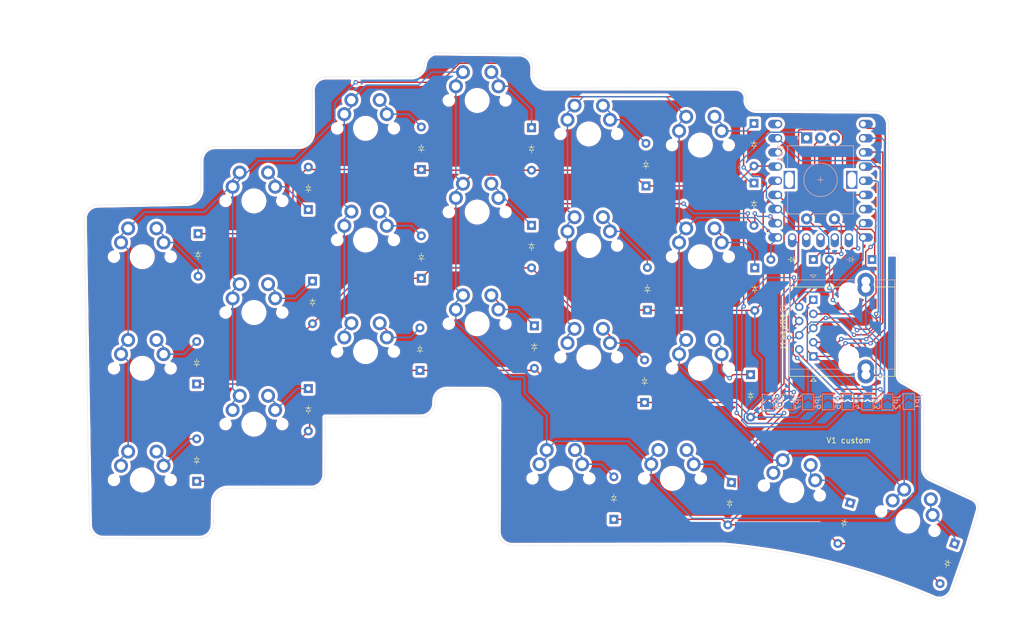
<source format=kicad_pcb>
(kicad_pcb (version 20240108) (generator "pcbnew") (generator_version "8.0")
  (layers (0 "F.Cu" signal) (31 "B.Cu" signal) (34 "B.Paste" user) (35 "F.Paste" user) (36 "B.SilkS" user "B.Silkscreen") (37 "F.SilkS" user "F.Silkscreen") (38 "B.Mask" user) (39 "F.Mask" user) (44 "Edge.Cuts" user))
  (net 0 "")
  (net 1 "Row1")
  (net 2 "Net-(D1-K)")
  (net 3 "Net-(D2-A)")
  (net 4 "Net-(D3-K)")
  (net 5 "Net-(D4-A)")
  (net 6 "Net-(D5-K)")
  (net 7 "Net-(D6-A)")
  (net 8 "Row2")
  (net 9 "Net-(D7-K)")
  (net 10 "Net-(D8-A)")
  (net 11 "Net-(D9-K)")
  (net 12 "Net-(D10-A)")
  (net 13 "Net-(D11-K)")
  (net 14 "Net-(D12-A)")
  (net 15 "Net-(D13-K)")
  (net 16 "Net-(D14-A)")
  (net 17 "Net-(D15-K)")
  (net 18 "Net-(D20-K)")
  (net 19 "Col2")
  (net 20 "Net-(D23-K)")
  (net 21 "Col3")
  (net 22 "Net-(D24-K)")
  (net 23 "Col1")
  (net 24 "R-Row1")
  (net 25 "GND")
  (net 26 "R-Col1")
  (net 27 "R-Col3")
  (net 28 "R-Row3")
  (net 29 "R-Col2")
  (net 30 "R-Row2")
  (net 31 "R-Row4")
  (net 32 "Row3")
  (net 33 "Row4")
  (net 34 "Net-(D25-K)")
  (net 36 "Fan")
  (net 42 "R-Fan")
  (net 43 "Net-(D16-A)")
  (net 44 "Net-(D17-K)")
  (net 45 "Net-(D18-A)")
  (net 46 "Net-(D19-K)")
  (net 47 "Net-(D21-K)")
  (net 48 "Net-(D22-A)")
  (footprint "ScottoKeebs_Components:Diode_DO-35" (layer "F.Cu") (at 112 84.12 90)
    (property "Reference" "D10" (hide yes))
    (property "Value" "Diode" (hide yes))
  )
  (footprint "ScottoKeebs_Scotto:MX_Solder_1.00u_Reversible" (layer "F.Cu") (at 102 57.25)
    (property "Reference" "K4" (hide yes))
    (property "Value" "Keyswitch")
  )
  (footprint "ScottoKeebs_Components:Diode_DO-35" (layer "F.Cu") (at 152 106.37 90)
    (property "Reference" "D14" (hide yes))
    (property "Value" "Diode" (hide yes))
  )
  (footprint "ScottoKeebs_Scotto:MX_Solder_1.00u_Reversible" (layer "F.Cu") (at 82 90.25)
    (property "Reference" "K11" (hide yes))
    (property "Value" "Keyswitch")
  )
  (footprint "Connector_RJ:RJ45_Ninigi_GE" (layer "F.Cu") (at 182.25 98.12 90)
    (property "Reference" "J1-Left1")
    (property "Value" "RJ45_Shielded")
  )
  (footprint "ScottoKeebs_Components:Diode_DO-35" (layer "F.Cu") (at 171.75 82.25 -90)
    (property "Reference" "D7" (hide yes))
    (property "Value" "Diode" (hide yes))
  )
  (footprint "ScottoKeebs_Components:Diode_DO-35" (layer "F.Cu") (at 91.75 103.88 -90)
    (property "Reference" "D17" (hide yes))
    (property "Value" "Diode" (hide yes))
  )
  (footprint "ScottoKeebs_Components:Diode_DO-35" (layer "F.Cu") (at 182.25 80.75 180)
    (property "Reference" "D24" (hide yes))
    (property "Value" "Diode" (hide yes))
  )
  (footprint "ScottoKeebs_Scotto:MX_Solder_1.00u_Reversible" (layer "F.Cu") (at 162 60.25)
    (property "Reference" "K1" (hide yes))
    (property "Value" "Keyswitch")
  )
  (footprint "ScottoKeebs_Scotto:MX_Solder_1.00u_Reversible" (layer "F.Cu") (at 137 119.97)
    (property "Reference" "K22" (hide yes))
    (property "Value" "Keyswitch")
  )
  (footprint "ScottoKeebs_Components:Diode_DO-35" (layer "F.Cu") (at 132.25 92.63 -90)
    (property "Reference" "D15" (hide yes))
    (property "Value" "Diode" (hide yes))
  )
  (footprint "ScottoKeebs_Scotto:MX_Solder_1.00u_Reversible" (layer "F.Cu") (at 62 100.25)
    (property "Reference" "K12" (hide yes))
    (property "Value" "Keyswitch")
  )
  (footprint "ScottoKeebs_Scotto:MX_Solder_1.00u_Reversible" (layer "F.Cu") (at 142 78.25)
    (property "Reference" "K8" (hide yes))
    (property "Value" "Keyswitch")
  )
  (footprint "ScottoKeebs_Scotto:MX_Solder_1.00u_Reversible" (layer "F.Cu") (at 102 97.25)
    (property "Reference" "K16" (hide yes))
    (property "Value" "Keyswitch")
  )
  (footprint "ScottoKeebs_Scotto:MX_Solder_1.00u_Reversible" (layer "F.Cu") (at 199.167234 127.62563 -20)
    (property "Reference" "K19" (hide yes))
    (property "Value" "Keyswitch")
  )
  (footprint "ScottoKeebs_Components:Diode_DO-35" (layer "F.Cu") (at 131.75 57.13 -90)
    (property "Reference" "D3" (hide yes))
    (property "Value" "Diode" (hide yes))
  )
  (footprint "ScottoKeebs_Components:Diode_DO-35" (layer "F.Cu") (at 146.5 127.31 90)
    (property "Reference" "D22" (hide yes))
    (property "Value" "Diode" (hide yes))
  )
  (footprint "ScottoKeebs_Scotto:MX_Solder_1.00u_Reversible" (layer "F.Cu") (at 142 98.25)
    (property "Reference" "K14" (hide yes))
    (property "Value" "Keyswitch")
  )
  (footprint "ScottoKeebs_Scotto:MX_Solder_1.00u_Reversible" (layer "F.Cu") (at 178.384325 122.147096 -10)
    (property "Reference" "K20" (hide yes))
    (property "Value" "Keyswitch")
  )
  (footprint "ScottoKeebs_Components:Diode_DO-35" (layer "F.Cu") (at 71.75 103.06 90)
    (property "Reference" "D12" (hide yes))
    (property "Value" "Diode" (hide yes))
  )
  (footprint "ScottoKeebs_Scotto:MX_Solder_1.00u_Reversible" (layer "F.Cu") (at 162 80.25)
    (property "Reference" "K7" (hide yes))
    (property "Value" "Keyswitch")
  )
  (footprint "ScottoKeebs_Scotto:MX_Solder_1.00u_Reversible" (layer "F.Cu") (at 122 92.25)
    (property "Reference" "K15" (hide yes))
    (property "Value" "Keyswitch")
  )
  (footprint "ScottoKeebs_Components:Diode_DO-35" (layer "F.Cu") (at 152.5 89.81 90)
    (property "Reference" "D8" (hide yes))
    (property "Value" "Diode" (hide yes))
  )
  (footprint "ScottoKeebs_Components:Diode_DO-35" (layer "F.Cu") (at 171.601579 67.037631 -90)
    (property "Reference" "D23" (hide yes))
    (property "Value" "Diode" (hide yes))
  )
  (footprint "ScottoKeebs_Components:Diode_DO-35" (layer "F.Cu") (at 72 76.13 -90)
    (property "Reference" "D6" (hide yes))
    (property "Value" "Diode" (hide yes))
  )
  (footprint "ScottoKeebs_Components:Diode_DO-35" (layer "F.Cu") (at 152.25 67.56 90)
    (property "Reference" "D2" (hide yes))
    (property "Value" "Diode" (hide yes))
  )
  (footprint "ScottoKeebs_Scotto:MX_Solder_1.00u_Reversible" (layer "F.Cu") (at 62 80.25)
    (property "Reference" "K6" (hide yes))
    (property "Value" "Keyswitch")
  )
  (footprint "ScottoKeebs_Scotto:MX_Solder_1.00u_Reversible" (layer "F.Cu") (at 122 52.25)
    (property "Reference" "K3" (hide yes))
    (property "Value" "Keyswitch")
  )
  (footprint "ScottoKeebs_Scotto:MX_Solder_1.00u_Reversible" (layer "F.Cu") (at 82 70.25)
    (property "Reference" "K5" (hide yes))
    (property "Value" "Keyswitch")
  )
  (footprint "ScottoKeebs_Scotto:MX_Solder_1.00u_Reversible" (layer "F.Cu") (at 62 120.25)
    (property "Reference" "K18" (hide yes))
    (property "Value" "Keyswitch")
  )
  (footprint "ScottoKeebs_Components:Diode_DO-35" (layer "F.Cu") (at 71.75 120.5 90)
    (property "Reference" "D18" (hide yes))
    (property "Value" "Diode" (hide yes))
  )
  (footprint "ScottoKeebs_Scotto:MX_Solder_1.00u_Reversible" (layer "F.Cu") (at 102 77.25)
    (property "Reference" "K10" (hide yes))
    (property "Value" "Keyswitch")
  )
  (footprint "ScottoKeebs_Components:Diode_DO-35" (layer "F.Cu") (at 111.75 100.62 90)
    (property "Reference" "D16" (hide yes))
    (property "Value" "Diode" (hide yes))
  )
  (footprint "ScottoKeebs_Components:Diode_DO-35" (layer "F.Cu") (at 171 101.38 -90)
    (property "Reference" "D13" (hide yes))
    (property "Value" "Diode" (hide yes))
  )
  (footprint "ScottoKeebs_Components:Diode_DO-35" (layer "F.Cu") (at 207.553096 131.669771 -110)
    (property "Reference" "D19" (hide yes))
    (property "Value" "Diode" (hide yes))
  )
  (footprint "ScottoKeebs_MCU:RP2040_Zero" (layer "F.Cu") (at 183.527772 66.637748)
    (property "Reference" "U1" (hide yes))
    (property "Value" "RP2040_Zero" (hide yes))
  )
  (footprint "ScottoKeebs_Components:Diode_DO-35" (layer "F.Cu") (at 112 64.62 90)
    (property "Reference" "D4" (hide yes))
    (property "Value" "Diode" (hide yes))
  )
  (footprint "ScottoKeebs_Scotto:MX_Solder_1.00u_Reversible" (layer "F.Cu") (at 122 72.25)
    (property "Reference" "K9" (hide yes))
    (property "Value" "Keyswitch")
  )
  (footprint "ScottoKeebs_Scotto:MX_Solder_1.00u_Reversible" (layer "F.Cu") (at 82 110.25)
    (property "Reference" "K17" (hide yes))
    (property "Value" "Keyswitch")
  )
  (footprint "ScottoKeebs_Components:Diode_DO-35" (layer "F.Cu") (at 167.582063 120.704498 -95)
    (property "Reference" "D21" (hide yes))
    (property "Value" "Diode" (hide yes))
  )
  (footprint "ScottoKeebs_Scotto:MX_Solder_1.00u_Reversible" (layer "F.Cu") (at 162 100.25)
    (property "Reference" "K13" (hide yes))
    (property "Value" "Keyswitch")
  )
  (footprint "ScottoKeebs_Scotto:MX_Solder_1.00u_Reversible" (layer "F.Cu") (at 142 58.25)
    (property "Reference" "K2" (hide yes))
    (property "Value" "Keyswitch")
  )
  (footprint "ScottoKeebs_Components:Diode_DO-35" (layer "F.Cu") (at 188.863935 124.356478 -107)
    (property "Reference" "D20" (hide yes))
    (property "Value" "Diode" (hide yes))
  )
  (footprint "ScottoKeebs_Components:Diode_DO-35" (layer "F.Cu") (at 91.75 71.809999 90)
    (property "Reference" "D5" (hide yes))
    (property "Value" "Diode" (hide yes))
  )
  (footprint "ScottoKeebs_Components:Diode_DO-35" (layer "F.Cu") (at 92.5 84.63 -90)
    (property "Reference" "D11" (hide yes))
    (property "Value" "Diode" (hide yes))
  )
  (footprint "ScottoKeebs_Components:Diode_DO-35" (layer "F.Cu") (at 171.601579 56.385383 -90)
    (property "Reference" "D1" (hide yes))
    (property "Value" "Diode" (hide yes))
  )
  (footprint "ScottoKeebs_Scotto:MX_Solder_1.00u_Reversible" (layer "F.Cu") (at 157 119.97)
    (property "Reference" "K21" (hide yes))
    (property "Value" "Keyswitch")
  )
  (footprint "ScottoKeebs_Components:Diode_DO-35" (layer "F.Cu") (at 131.75 74.63 -90)
    (property "Reference" "D9" (hide yes))
    (property "Value" "Diode" (hide yes))
  )
  (footprint "Jumper:SolderJumper-2_P1.3mm_Open_TrianglePad1.0x1.5mm" (layer "B.Cu") (at 199.324718 106.226796 90)
    (property "Reference" "JP1")
    (property "Value" "SolderJumper_2_Open" (hide yes))
  )
  (footprint "Jumper:SolderJumper-2_P1.3mm_Open_TrianglePad1.0x1.5mm" (layer "B.Cu") (at 195.499908 106.275316 90)
    (property "Reference" "JP2")
    (property "Value" "SolderJumper_2_Open" (hide yes))
  )
  (footprint "Jumper:SolderJumper-2_P1.3mm_Open_TrianglePad1.0x1.5mm" (layer "B.Cu") (at 188.399908 106.275316 90)
    (property "Reference" "JP4")
    (property "Value" "SolderJumper_2_Open" (hide yes))
  )
  (footprint "Jumper:SolderJumper-2_P1.3mm_Open_TrianglePad1.0x1.5mm" (layer "B.Cu") (at 177.749908 106.275316 90)
    (property "Reference" "JP7")
    (property "Value" "SolderJumper_2_Open" (hide yes))
  )
  (footprint "Jumper:SolderJumper-2_P1.3mm_Open_TrianglePad1.0x1.5mm" (layer "B.Cu") (at 174.130805 106.322657 90)
    (property "Reference" "JP8")
    (property "Value" "SolderJumper_2_Open")
  )
  (footprint "Rotary_Encoder:RotaryEncoder_Alps_EC11E-Switch_Vertical_H20mm" (layer "B.Cu") (at 181.031251 58.968777 -90)
    (property "Reference" "SW1")
    (property "Value" "RotaryEncoder_Switch")
  )
  (footprint "Connector_RJ:RJ45_Ninigi_GE" (layer "B.Cu") (at 182.242588 87.95858 -90)
    (property "Reference" "J2-Right1")
    (property "Value" "RJ45_Shielded")
  )
  (footprint "ScottoKeebs_Components:Diode_DO-35" (layer "B.Cu") (at 192.75 80.75 180)
    (property "Reference" "D25" (hide yes))
    (property "Value" "Diode" (hide yes))
  )
  (footprint "Jumper:SolderJumper-2_P1.3mm_Open_TrianglePad1.0x1.5mm" (layer "B.Cu") (at 181.299908 106.275316 90)
    (property "Reference" "JP6")
    (property "Value" "SolderJumper_2_Open" (hide yes))
  )
  (footprint "Jumper:SolderJumper-2_P1.3mm_Open_TrianglePad1.0x1.5mm" (layer "B.Cu") (at 184.849908 106.275316 90)
    (property "Reference" "JP5")
    (property "Value" "SolderJumper_2_Open" (hide yes))
  )
  (footprint "Jumper:SolderJumper-2_P1.3mm_Open_TrianglePad1.0x1.5mm" (layer "B.Cu") (at 191.949908 106.275316 90)
    (property "Reference" "JP3")
    (property "Value" "SolderJumper_2_Open" (hide yes))
  )
  (gr_arc (start 172 54) (mid 170.732233 53.474874) (end 170.207107 52.207107) (stroke (width 0.05)) (layer "Edge.Cuts"))
  (gr_line (start 197.5 79.75) (end 197.483946 101.483649) (stroke (width 0.05)) (layer "Edge.Cuts"))
  (gr_arc (start 55.053324 130.726537) (mid 53.285376 130.069133) (end 52.501399 128.353556) (stroke (width 0.05)) (layer "Edge.Cuts"))
  (gr_arc (start 166.208814 131.943545) (mid 185.27543 135.180211) (end 203.609317 141.334922) (stroke (width 0.05)) (layer "Edge.Cuts"))
  (gr_line (start 134.440956 50.018975) (end 152 50) (stroke (width 0.05)) (layer "Edge.Cuts"))
  (gr_arc (start 92.430407 50.715699) (mid 93 48.909182) (end 94.680164 48.034544) (stroke (width 0.05)) (layer "Edge.Cuts"))
  (gr_line (start 195.75 79.75) (end 197.5 79.75) (stroke (width 0.05)) (layer "Edge.Cuts"))
  (gr_arc (start 51.586746 73.421923) (mid 52.334921 71.689181) (end 54.090072 70.9952) (stroke (width 0.05)) (layer "Edge.Cuts"))
  (gr_arc (start 129.658038 43.899004) (mid 131.367703 44.714466) (end 132 46.5) (stroke (width 0.05)) (layer "Edge.Cuts"))
  (gr_arc (start 114.431661 106.471643) (mid 113.699428 108.23941) (end 111.931661 108.971643) (stroke (width 0.05)) (layer "Edge.Cuts"))
  (gr_line (start 123.305666 104.034174) (end 116.675794 104.025124) (stroke (width 0.05)) (layer "Edge.Cuts"))
  (gr_line (start 166.208252 131.949758) (end 128.25 132) (stroke (width 0.05)) (layer "Edge.Cuts"))
  (gr_line (start 125.75 129.5) (end 125.854796 106.504224) (stroke (width 0.05)) (layer "Edge.Cuts"))
  (gr_line (start 72.487687 68.089327) (end 72.5 63) (stroke (width 0.05)) (layer "Edge.Cuts"))
  (gr_arc (start 112.5 46) (mid 111.683235 47.458805) (end 110.099163 47.993535) (stroke (width 0.05)) (layer "Edge.Cuts"))
  (gr_arc (start 193.408038 54.149004) (mid 195.117703 54.964466) (end 195.75 56.75) (stroke (width 0.05)) (layer "Edge.Cuts"))
  (gr_line (start 201.980263 105.482381) (end 202 118) (stroke (width 0.05)) (layer "Edge.Cuts"))
  (gr_arc (start 74.767767 124.267767) (mid 75.5 122.5) (end 77.267767 121.767767) (stroke (width 0.05)) (layer "Edge.Cuts"))
  (gr_line (start 209.985472 131.969851) (end 207.093726 140.135423) (stroke (width 0.05)) (layer "Edge.Cuts"))
  (gr_line (start 74.767767 124.267767) (end 74.735221 128.232018) (stroke (width 0.05)) (layer "Edge.Cuts"))
  (gr_arc (start 114.424792 106.088439) (mid 115.120865 104.588291) (end 116.675794 104.025124) (stroke (width 0.05)) (layer "Edge.Cuts"))
  (gr_arc (start 72.5 63) (mid 73.232233 61.232233) (end 75 60.5) (stroke (width 0.05)) (layer "Edge.Cuts"))
  (gr_line (start 92.232233 121.75) (end 77.267767 121.767767) (stroke (width 0.05)) (layer "Edge.Cuts"))
  (gr_line (start 94.680164 48.034544) (end 110.099163 47.993535) (stroke (width 0.05)) (layer "Edge.Cuts"))
  (gr_line (start 170.218278 51.880573) (end 170.207107 52.207107) (stroke (width 0.05)) (layer "Edge.Cuts"))
  (gr_line (start 94.75 109) (end 94.732233 119.25) (stroke (width 0.05)) (layer "Edge.Cuts"))
  (gr_arc (start 134.440956 50.018975) (mid 132.687972 49.252022) (end 131.990742 47.470157) (stroke (width 0.05)) (layer "Edge.Cuts"))
  (gr_line (start 203.305567 120.08063) (end 210.739379 123.524337) (stroke (width 0.05)) (layer "Edge.Cuts"))
  (gr_arc (start 198.244492 102.641037) (mid 197.689004 102.177481) (end 197.483946 101.483649) (stroke (width 0.05)) (layer "Edge.Cuts"))
  (gr_line (start 195.75 56.75) (end 195.75 79.75) (stroke (width 0.05)) (layer "Edge.Cuts"))
  (gr_line (start 174.156696 53.997084) (end 172 54) (stroke (width 0.05)) (layer "Edge.Cuts"))
  (gr_arc (start 201.255508 104.358962) (mid 201.783352 104.813924) (end 201.980263 105.482381) (stroke (width 0.05)) (layer "Edge.Cuts"))
  (gr_arc (start 207.093726 140.135423) (mid 205.614256 141.498388) (end 203.609317 141.334922) (stroke (width 0.05)) (layer "Edge.Cuts"))
  (gr_arc (start 94.732233 119.25) (mid 94 121.017767) (end 92.232233 121.75) (stroke (width 0.05)) (layer "Edge.Cuts"))
  (gr_arc (start 168.430197 50.027323) (mid 169.708335 50.583357) (end 170.218278 51.880573) (stroke (width 0.05)) (layer "Edge.Cuts"))
  (gr_arc (start 112.5 46) (mid 113.030894 44.574704) (end 114.284431 43.713331) (stroke (width 0.05)) (layer "Edge.Cuts"))
  (gr_line (start 209.985472 131.969851) (end 211.803524 125.792577) (stroke (width 0.05)) (layer "Edge.Cuts"))
  (gr_line (start 114.424792 106.088439) (end 114.431661 106.471643) (stroke (width 0.05)) (layer "Edge.Cuts"))
  (gr_line (start 114.284431 43.713331) (end 129.658038 43.899004) (stroke (width 0.05)) (layer "Edge.Cuts"))
  (gr_line (start 198.244492 102.641037) (end 201.255508 104.358962) (stroke (width 0.05)) (layer "Edge.Cuts"))
  (gr_line (start 174.156696 53.997084) (end 193.408038 54.149004) (stroke (width 0.05)) (layer "Edge.Cuts"))
  (gr_line (start 75 60.5) (end 90.062374 60.466656) (stroke (width 0.05)) (layer "Edge.Cuts"))
  (gr_arc (start 72.487687 68.089327) (mid 71.813528 69.880045) (end 70.070596 70.669572) (stroke (width 0.05)) (layer "Edge.Cuts"))
  (gr_arc (start 74.735221 128.232018) (mid 74 130) (end 72.229545 130.729241) (stroke (width 0.05)) (layer "Edge.Cuts"))
  (gr_line (start 72.229545 130.729241) (end 55.053324 130.726537) (stroke (width 0.05)) (layer "Edge.Cuts"))
  (gr_line (start 152 50) (end 168.430197 50.027323) (stroke (width 0.05)) (layer "Edge.Cuts"))
  (gr_arc (start 92.479465 57.886411) (mid 91.805306 59.677129) (end 90.062374 60.466656) (stroke (width 0.05)) (layer "Edge.Cuts"))
  (gr_arc (start 123.305666 104.034174) (mid 125.094669 104.738291) (end 125.854796 106.504224) (stroke (width 0.05)) (layer "Edge.Cuts"))
  (gr_arc (start 203.305567 120.08063) (mid 202.341035 119.235933) (end 202 118) (stroke (width 0.05)) (layer "Edge.Cuts"))
  (gr_line (start 54.090072 70.9952) (end 70.070596 70.669572) (stroke (width 0.05)) (layer "Edge.Cuts"))
  (gr_arc (start 128.25 132) (mid 126.482233 131.267767) (end 125.75 129.5) (stroke (width 0.05)) (layer "Edge.Cuts"))
  (gr_line (start 111.931661 108.971643) (end 94.75 109) (stroke (width 0.05)) (layer "Edge.Cuts"))
  (gr_line (start 52.501399 128.353556) (end 51.586746 73.421923) (stroke (width 0.05)) (layer "Edge.Cuts"))
  (gr_line (start 92.479465 57.886411) (end 92.430407 50.715699) (stroke (width 0.05)) (layer "Edge.Cuts"))
  (gr_line (start 132 46.5) (end 131.990742 47.470157) (stroke (width 0.05)) (layer "Edge.Cuts"))
  (gr_arc (start 210.739379 123.524337) (mid 211.698772 124.457979) (end 211.803524 125.792577) (stroke (width 0.05)) (layer "Edge.Cuts"))
  (gr_text "V1 custom" (at 184.5 113.75 0) (layer "F.SilkS") (effects (font (size 1 1)) (justify left bottom)))
  (segment (start 169.75 69.263038) (end 168.046962 67.56) (width 0.25) (layer "F.Cu") (net 1))
  (segment (start 88.5 77) (end 87.63 76.13) (width 0.25) (layer "F.Cu") (net 1))
  (segment (start 168.046962 67.56) (end 171.601579 64.005383) (width 0.25) (layer "F.Cu") (net 1))
  (segment (start 91.75 64.189999) (end 89 66.939999) (width 0.25) (layer "F.Cu") (net 1))
  (segment (start 112 64.62) (end 92.180001 64.62) (width 0.25) (layer "F.Cu") (net 1))
  (segment (start 149.25 64.75) (end 131.75 64.75) (width 0.25) (layer "F.Cu") (net 1))
  (segment (start 152.25 67.56) (end 168.046962 67.56) (width 0.25) (layer "F.Cu") (net 1))
  (segment (start 131.75 64.75) (end 112.13 64.75) (width 0.25) (layer "F.Cu") (net 1))
  (segment (start 169.75 89.145) (end 169.75 69.263038) (width 0.25) (layer "F.Cu") (net 1))
  (segment (start 87.63 76.13) (end 72 76.13) (width 0.25) (layer "F.Cu") (net 1))
  (segment (start 89 66.939999) (end 89 77) (width 0.25) (layer "F.Cu") (net 1))
  (segment (start 175.815407 64.005383) (end 175.907772 64.097748) (width 0.25) (layer "F.Cu") (net 1))
  (segment (start 152.25 67.56) (end 152.06 67.56) (width 0.25) (layer "F.Cu") (net 1))
  (segment (start 89 77) (end 88.5 77) (width 0.25) (layer "F.Cu") (net 1))
  (segment (start 92.180001 64.62) (end 91.75 64.189999) (width 0.25) (layer "F.Cu") (net 1))
  (segment (start 112.13 64.75) (end 112 64.62) (width 0.25) (layer "F.Cu") (net 1))
  (segment (start 152.06 67.56) (end 149.25 64.75) (width 0.25) (layer "F.Cu") (net 1))
  (segment (start 171.601579 64.005383) (end 175.815407 64.005383) (width 0.25) (layer "F.Cu") (net 1))
  (via (at 169.75 89.145) (size 0.8) (drill 0.4) (layers "F.Cu" "B.Cu") (net 1))
  (segment (start 169.75 89.145) (end 169.425 89.47) (width 0.25) (layer "B.Cu") (net 1))
  (segment (start 170.522613 110.75) (end 184.650223 110.75) (width 0.25) (layer "B.Cu") (net 1))
  (segment (start 169.425 89.47) (end 169.425 109.652387) (width 0.25) (layer "B.Cu") (net 1))
  (segment (start 184.650223 110.75) (end 188.399908 107.000315) (width 0.25) (layer "B.Cu") (net 1))
  (segment (start 169.425 109.652387) (end 170.522613 110.75) (width 0.25) (layer "B.Cu") (net 1))
  (segment (start 165.81 56.44) (end 165.81 57.71) (width 0.25) (layer "B.Cu") (net 2))
  (segment (start 164.54 55.17) (end 165.81 56.44) (width 0.25) (layer "B.Cu") (net 2))
  (segment (start 165.81 57.71) (end 170.276962 57.71) (width 0.25) (layer "B.Cu") (net 2))
  (segment (start 170.276962 57.71) (end 171.601579 56.385383) (width 0.25) (layer "B.Cu") (net 2))
  (segment (start 145.81 55.71) (end 148.02 55.71) (width 0.25) (layer "B.Cu") (net 3))
  (segment (start 145.81 54.44) (end 145.81 55.71) (width 0.25) (layer "B.Cu") (net 3))
  (segment (start 144.54 53.17) (end 145.81 54.44) (width 0.25) (layer "B.Cu") (net 3))
  (segment (start 148.02 55.71) (end 152.25 59.94) (width 0.25) (layer "B.Cu") (net 3))
  (segment (start 125.81 49.71) (end 127.577766 49.71) (width 0.25) (layer "B.Cu") (net 4))
  (segment (start 125.81 48.44) (end 125.81 49.71) (width 0.25) (layer "B.Cu") (net 4))
  (segment (start 131.75 53.882234) (end 131.75 57.13) (width 0.25) (layer "B.Cu") (net 4))
  (segment (start 127.577766 49.71) (end 131.75 53.882234) (width 0.25) (layer "B.Cu") (net 4))
  (segment (start 124.54 47.17) (end 125.81 48.44) (width 0.25) (layer "B.Cu") (net 4))
  (segment (start 105.81 53.44) (end 105.81 54.71) (width 0.25) (layer "B.Cu") (net 5))
  (segment (start 109.71 54.71) (end 112 57) (width 0.25) (layer "B.Cu") (net 5))
  (segment (start 105.81 54.71) (end 109.71 54.71) (width 0.25) (layer "B.Cu") (net 5))
  (segment (start 104.54 52.17) (end 105.81 53.44) (width 0.25) (layer "B.Cu") (net 5))
  (segment (start 85.81 66.44) (end 85.81 67.71) (width 0.25) (layer "B.Cu") (net 6))
  (segment (start 87.650001 67.71) (end 91.75 71.809999) (width 0.25) (layer "B.Cu") (net 6))
  (segment (start 84.54 65.17) (end 85.81 66.44) (width 0.25) (layer "B.Cu") (net 6))
  (segment (start 85.81 67.71) (end 87.650001 67.71) (width 0.25) (layer "B.Cu") (net 6))
  (segment (start 64.54 75.17) (end 65.81 76.44) (width 0.25) (layer "B.Cu") (net 7))
  (segment (start 72 82.132234) (end 72 83.75) (width 0.25) (layer "B.Cu") (net 7))
  (segment (start 67.577766 77.71) (end 72 82.132234) (width 0.25) (layer "B.Cu") (net 7))
  (segment (start 65.81 76.44) (end 65.81 77.71) (width 0.25) (layer "B.Cu") (net 7))
  (segment (start 65.81 77.71) (end 67.577766 77.71) (width 0.25) (layer "B.Cu") (net 7))
  (segment (start 171.75 89.87) (end 173.25 88.37) (width 0.25) (layer "F.Cu") (net 8))
  (segment (start 100.63 84.12) (end 92.5 92.25) (width 0.25) (layer "F.Cu") (net 8))
  (segment (start 81.69 103.06) (end 71.75 103.06) (width 0.25) (layer "F.Cu") (net 8))
  (segment (start 92.5 92.25) (end 81.69 103.06) (width 0.25) (layer "F.Cu") (net 8))
  (segment (start 152.5 89.81) (end 139.31 89.81) (width 0.25) (layer "F.Cu") (net 8))
  (segment (start 131.75 82.25) (end 113.87 82.25) (width 0.25) (layer "F.Cu") (net 8))
  (segment (start 173.25 68.75) (end 175.362252 66.637748) (width 0.25) (layer "F.Cu") (net 8))
  (segment (start 175.362252 66.637748) (end 175.907772 66.637748) (width 0.25) (layer "F.Cu") (net 8))
  (segment (start 139.31 89.81) (end 131.75 82.25) (width 0.25) (layer "F.Cu") (net 8))
  (segment (start 152.56 89.87) (end 152.5 89.81) (width 0.25) (layer "F.Cu") (net 8))
  (segment (start 171.75 89.87) (end 152.56 89.87) (width 0.25) (layer "F.Cu") (net 8))
  (segment (start 113.87 82.25) (end 112 84.12) (width 0.25) (layer "F.Cu") (net 8))
  (segment (start 173.25 88.37) (end 173.25 68.75) (width 0.25) (layer "F.Cu") (net 8))
  (segment (start 112 84.12) (end 100.63 84.12) (width 0.25) (layer "F.Cu") (net 8))
  (segment (start 171.75 89.87) (end 171.75 97.347767) (width 0.25) (layer "B.Cu") (net 8))
  (segment (start 171.75 97.347767) (end 173.050805 98.648572) (width 0.25) (layer "B.Cu") (net 8))
  (segment (start 173.050805 98.648572) (end 173.050805 105.358204) (width 0.25) (layer "B.Cu") (net 8))
  (segment (start 170.534009 110.125) (end 181.725223 110.125) (width 0.25) (layer "B.Cu") (net 8))
  (segment (start 181.725223 110.125) (end 184.849908 107.000315) (width 0.25) (layer "B.Cu") (net 8))
  (segment (start 169.875 109.465991) (end 170.534009 110.125) (width 0.25) (layer "B.Cu") (net 8))
  (segment (start 169.875 108.534009) (end 169.875 109.465991) (width 0.25) (layer "B.Cu") (net 8))
  (segment (start 173.050805 105.358204) (end 169.875 108.534009) (width 0.25) (layer "B.Cu") (net 8))
  (segment (start 164.54 75.17) (end 165.81 76.44) (width 0.25) (layer "F.Cu") (net 9))
  (segment (start 165.81 76.44) (end 165.81 77.71) (width 0.25) (layer "F.Cu") (net 9))
  (segment (start 165.81 77.71) (end 169.999009 77.71) (width 0.25) (layer "B.Cu") (net 9))
  (segment (start 171.75 79.460991) (end 171.75 82.25) (width 0.25) (layer "B.Cu") (net 9))
  (segment (start 169.999009 77.71) (end 171.75 79.460991) (width 0.25) (layer "B.Cu") (net 9))
  (segment (start 144.54 73.17) (end 145.81 74.44) (width 0.25) (layer "B.Cu") (net 10))
  (segment (start 145.81 74.44) (end 145.81 75.71) (width 0.25) (layer "B.Cu") (net 10))
  (segment (start 145.81 75.71) (end 147.577766 75.71) (width 0.25) (layer "B.Cu") (net 10))
  (segment (start 152.5 80.632234) (end 152.5 82.19) (width 0.25) (layer "B.Cu") (net 10))
  (segment (start 147.577766 75.71) (end 152.5 80.632234) (width 0.25) (layer "B.Cu") (net 10))
  (segment (start 126.83 69.71) (end 131.75 74.63) (width 0.25) (layer "B.Cu") (net 11))
  (segment (start 124.54 67.17) (end 125.81 68.44) (width 0.25) (layer "B.Cu") (net 11))
  (segment (start 125.81 69.71) (end 126.83 69.71) (width 0.25) (layer "B.Cu") (net 11))
  (segment (start 125.81 68.44) (end 125.81 69.71) (width 0.25) (layer "B.Cu") (net 11))
  (segment (start 110.21 74.71) (end 112 76.5) (width 0.25) (layer "B.Cu") (net 12))
  (segment (start 104.54 72.17) (end 105.81 73.44) (width 0.25) (layer "B.Cu") (net 12))
  (segment (start 105.81 74.71) (end 110.21 74.71) (width 0.25) (layer "B.Cu") (net 12))
  (segment (start 105.81 73.44) (end 105.81 74.71) (width 0.25) (layer "B.Cu") (net 12))
  (segment (start 89.42 87.71) (end 92.5 84.63) (width 0.25) (layer "B.Cu") (net 13))
  (segment (start 85.81 86.44) (end 85.81 87.71) (width 0.25) (layer "B.Cu") (net 13))
  (segment (start 84.54 85.17) (end 85.81 86.44) (width 0.25) (layer "B.Cu") (net 13))
  (segment (start 85.81 87.71) (end 89.42 87.71) (width 0.25) (layer "B.Cu") (net 13))
  (segment (start 69.48 97.71) (end 71.75 95.44) (width 0.25) (layer "B.Cu") (net 14))
  (segment (start 64.54 95.17) (end 65.81 96.44) (width 0.25) (layer "B.Cu") (net 14))
  (segment (start 65.81 97.71) (end 69.48 97.71) (width 0.25) (layer "B.Cu") (net 14))
  (segment (start 65.81 96.44) (end 65.81 97.71) (width 0.25) (layer "B.Cu") (net 14))
  (segment (start 167.87 101.38) (end 171 101.38) (width 0.25) (layer "F.Cu") (net 15))
  (segment (start 167.25 102) (end 167.87 101.38) (width 0.25) (layer "F.Cu") (net 15))
  (via (at 167.25 102) (size 0.8) (drill 0.4) (layers "F.Cu" "B.Cu") (net 15))
  (segment (start 167.062233 102) (end 167.25 102) (width 0.25) (layer "B.Cu") (net 15))
  (segment (start 164.54 95.17) (end 165.81 96.44) (width 0.25) (layer "B.Cu") (net 15))
  (segment (start 165.81 96.44) (end 165.81 97.71) (width 0.25) (layer "B.Cu") (net 15))
  (segment (start 165.81 100.747767) (end 167.062233 102) (width 0.25) (layer "B.Cu") (net 15))
  (segment (start 165.81 97.71) (end 165.81 100.747767) (width 0.25) (layer "B.Cu") (net 15))
  (segment (start 145.81 94.44) (end 145.81 95.71) (width 0.25) (layer "F.Cu") (net 16))
  (segment (start 144.54 93.17) (end 145.81 94.44) (width 0.25) (layer "F.Cu") (net 16))
  (segment (start 148.96 95.71) (end 152 98.75) (width 0.25) (layer "B.Cu") (net 16))
  (segment (start 145.81 95.71) (end 148.96 95.71) (width 0.25) (layer "B.Cu") (net 16))
  (segment (start 124.54 87.17) (end 125.81 88.44) (width 0.25) (layer "F.Cu") (net 17))
  (segment (start 125.81 88.44) (end 125.81 89.71) (width 0.25) (layer "F.Cu") (net 17))
  (segment (start 129.33 89.71) (end 132.25 92.63) (width 0.25) (layer "B.Cu") (net 17))
  (segment (start 125.81 89.71) (end 129.33 89.71) (width 0.25) (layer "B.Cu") (net 17))
  (segment (start 181.76787 117.585339) (end 181.76787 119.497646) (width 0.25) (layer "B.Cu") (net 18))
  (segment (start 181.76787 119.497646) (end 182.577509 120.307285) (width 0.25) (layer "B.Cu") (net 18))
  (segment (start 184.814742 120.307285) (end 188.863935 124.356478) (width 0.25) (layer "B.Cu") (net 18))
  (segment (start 182.577509 120.307285) (end 184.814742 120.307285) (width 0.25) (layer "B.Cu") (net 18))
  (segment (start 175.907772 74.257748) (end 175.79393 74.257748) (width 0.25) (layer "F.Cu") (net 19))
  (segment (start 170.475 73.531052) (end 170.475 72.5) (width 0.25) (layer "F.Cu") (net 19))
  (segment (start 121.035 65.595) (end 119.46 67.17) (width 0.25) (layer "F.Cu") (net 19))
  (segment (start 125.845 65.595) (end 121.035 65.595) (width 0.25) (layer "F.Cu") (net 19))
  (segment (start 171.75 72.5) (end 171.75 74.50921) (width 0.25) (layer "F.Cu") (net 19))
  (segment (start 175.79393 74.257748) (end 174.557771 73.021589) (width 0.25) (layer "F.Cu") (net 19))
  (segment (start 171.75 74.50921) (end 171.601579 74.657631) (width 0.25) (layer "F.Cu") (net 19))
  (segment (start 131 70.75) (end 125.845 65.595) (width 0.25) (layer "F.Cu") (net 19))
  (segment (start 171.601579 74.657631) (end 170.475 73.531052) (width 0.25) (layer "F.Cu") (net 19))
  (segment (start 159 70.75) (end 131 70.75) (width 0.25) (layer "F.Cu") (net 19))
  (via (at 170.475 72.5) (size 0.8) (drill 0.4) (layers "F.Cu" "B.Cu") (net 19))
  (via (at 159 70.75) (size 0.8) (drill 0.4) (layers "F.Cu" "B.Cu") (net 19))
  (via (at 174.557771 73.021589) (size 0.8) (drill 0.4) (layers "F.Cu" "B.Cu") (net 19))
  (via (at 171.75 72.5) (size 0.8) (drill 0.4) (layers "F.Cu" "B.Cu") (net 19))
  (segment (start 111.5 49.5) (end 102.13 49.5) (width 0.25) (layer "B.Cu") (net 19))
  (segment (start 134.46 116.16) (end 134.46 114.89) (width 0.25) (layer "B.Cu") (net 19))
  (segment (start 154.46 114.89) (end 153.19 116.16) (width 0.25) (layer "B.Cu") (net 19))
  (segment (start 153.19 119.77) (end 153.19 117.43) (width 0.25) (layer "B.Cu") (net 19))
  (segment (start 200.404718 122.323807) (end 195.590357 127.138168) (width 0.25) (layer "B.Cu") (net 19))
  (segment (start 118.19 85.9) (end 119.46 87.17) (width 0.25) (layer "B.Cu") (net 19))
  (segment (start 118.19 91.798757) (end 128.141243 101.75) (width 0.25) (layer "B.Cu") (net 19))
  (segment (start 119.46 67.17) (end 118.19 68.44) (width 0.25) (layer "B.Cu") (net 19))
  (segment (start 119.46 47.17) (end 113.83 47.17) (width 0.25) (layer "B.Cu") (net 19))
  (segment (start 133.19 117.43) (end 134.46 116.16) (width 0.25) (layer "B.Cu") (net 19))
  (segment (start 98.19 74.71) (end 98.19 90.9) (width 0.25) (layer "B.Cu") (net 19))
  (segment (start 98.19 90.9) (end 99.46 92.17) (width 0.25) (layer "B.Cu") (net 19))
  (segment (start 153.19 116.16) (end 153.19 117.43) (width 0.25) (layer "B.Cu") (net 19))
  (segment (start 99.46 92.17) (end 98.19 93.44) (width 0.25) (layer "B.Cu") (net 19))
  (segment (start 130.5 104.75) (end 134.46 108.71) (width 0.25) (layer "B.Cu") (net 19))
  (segment (start 170.475 72.5) (end 160.75 72.5) (width 0.25) (layer "B.Cu") (net 19))
  (segment (start 98.19 73.44) (end 98.19 74.71) (width 0.25) (layer "B.Cu") (net 19))
  (segment (start 118.19 65.9) (end 119.46 67.17) (width 0.25) (layer "B.Cu") (net 19))
  (segment (start 174.557771 73.021589) (end 172.271589 73.021589) (width 0.25) (layer "B.Cu") (net 19))
  (segment (start 113.83 47.17) (end 111.5 49.5) (width 0.25) (layer "B.Cu") (net 19))
  (segment (start 130.25 101.75) (end 130.5 102) (width 0.25) (layer "B.Cu") (net 19))
  (segment (start 198.438026 104.671797) (end 200.21141 104.671797) (width 0.25) (layer "B.Cu") (net 19))
  (segment (start 172.271589 73.021589) (end 171.75 72.5) (width 0.25) (layer "B.Cu") (net 19))
  (segment (start 99.46 72.17) (end 98.19 73.44) (width 0.25) (layer "B.Cu") (net 19))
  (segment (start 160.75 72.5) (end 159 70.75) (width 0.25) (layer "B.Cu") (net 19))
  (segment (start 196.109508 107.000315) (end 198.438026 104.671797) (width 0.25) (layer "B.Cu") (net 19))
  (segment (start 118.19 88.44) (end 118.19 89.71) (width 0.25) (layer "B.Cu") (net 19))
  (segment (start 98.19 93.44) (end 98.19 94.71) (width 0.25) (layer "B.Cu") (net 19))
  (segment (start 118.19 68.44) (end 118.19 69.71) (width 0.25) (layer "B.Cu") (net 19))
  (segment (start 195.499908 107.000315) (end 196.109508 107.000315) (width 0.25) (layer "B.Cu") (net 19))
  (segment (start 200.21141 104.671797) (end 200.404718 104.865105) (width 0.25) (layer "B.Cu") (net 19))
  (segment (start 118.19 69.71) (end 118.19 85.9) (width 0.25) (layer "B.Cu") (net 19))
  (segment (start 134.46 108.71) (end 134.46 114.89) (width 0.25) (layer "B.Cu") (net 19))
  (segment (start 118.19 48.44) (end 118.19 49.71) (width 0.25) (layer "B.Cu") (net 19))
  (segment (start 130.5 102) (end 130.5 104.75) (width 0.25) (layer "B.Cu") (net 19))
  (segment (start 98.19 70.9) (end 99.46 72.17) (width 0.25) (layer "B.Cu") (net 19))
  (segment (start 99.46 52.17) (end 99.46 53.44) (width 0.25) (layer "B.Cu") (net 19))
  (segment (start 136.035 113.315) (end 149.075 113.315) (width 0.25) (layer "B.Cu") (net 19))
  (segment (start 119.46 47.17) (end 118.19 48.44) (width 0.25) (layer "B.Cu") (net 19))
  (segment (start 119.46 87.17) (end 118.19 88.44) (width 0.25) (layer "B.Cu") (net 19))
  (segment (start 99.46 53.44) (end 98.19 54.71) (width 0.25) (layer "B.Cu") (net 19))
  (segment (start 200.404718 104.865105) (end 200.404718 122.323807) (width 0.25) (layer "B.Cu") (net 19))
  (segment (start 134.46 114.89) (end 136.035 113.315) (width 0.25) (layer "B.Cu") (net 19))
  (segment (start 195.590357 127.138168) (end 160.558168 127.138168) (width 0.25) (layer "B.Cu") (net 19))
  (segment (start 149.075 113.315) (end 153.19 117.43) (width 0.25) (layer "B.Cu") (net 19))
  (segment (start 118.19 89.71) (end 118.19 91.798757) (width 0.25) (layer "B.Cu") (net 19))
  (segment (start 102.13 49.5) (end 99.46 52.17) (width 0.25) (layer "B.Cu") (net 19))
  (segment (start 128.141243 101.75) (end 130.25 101.75) (width 0.25) (layer "B.Cu") (net 19))
  (segment (start 160.558168 127.138168) (end 153.19 119.77) (width 0.25) (layer "B.Cu") (net 19))
  (segment (start 118.19 49.71) (end 118.19 65.9) (width 0.25) (layer "B.Cu") (net 19))
  (segment (start 98.19 54.71) (end 98.19 70.9) (width 0.25) (layer "B.Cu") (net 19))
  (segment (start 181.148481 59.000033) (end 180.091196 57.942748) (width 0.25) (layer "B.Cu") (net 20))
  (segment (start 169.025 65.025) (end 171.037631 67.037631) (width 0.25) (layer "B.Cu") (net 20))
  (segment (start 180.091196 57.942748) (end 174.462492 57.942748) (width 0.25) (layer "B.Cu") (net 20))
  (segment (start 169.025 63.38024) (end 169.025 65.025) (width 0.25) (layer "B.Cu") (net 20))
  (segment (start 171.037631 67.037631) (end 171.601579 67.037631) (width 0.25) (layer "B.Cu") (net 20))
  (segment (start 174.462492 57.942748) (end 169.025 63.38024) (width 0.25) (layer "B.Cu") (net 20))
  (segment (start 100.25 49) (end 115.402613 49) (width 0.25) (layer "F.Cu") (net 21))
  (segment (start 118.807613 45.595) (end 128.138291 45.595) (width 0.25) (layer "F.Cu") (net 21))
  (segment (start 128.138291 45.595) (end 134.138291 51.595) (width 0.25) (layer "F.Cu") (net 21))
  (segment (start 134.138291 51.595) (end 167.845 51.595) (width 0.25) (layer "F.Cu") (net 21))
  (segment (start 185.75 88) (end 185.75 86.5) (width 0.25) (layer "F.Cu") (net 21))
  (segment (start 169.75 53.5) (end 169.75 64.25) (width 0.25) (layer "F.Cu") (net 21))
  (segment (start 185.75 86.5) (end 185.112347 85.862347) (width 0.25) (layer "F.Cu") (net 21))
  (segment (start 167.845 51.595) (end 169.75 53.5) (width 0.25) (layer "F.Cu") (net 21))
  (segment (start 115.402613 49) (end 118.807613 45.595) (width 0.25) (layer "F.Cu") (net 21))
  (via (at 100.25 49) (size 0.8) (drill 0.4) (layers "F.Cu" "B.Cu") (net 21))
  (via (at 169.75 64.25) (size 0.8) (drill 0.4) (layers "F.Cu" "B.Cu") (net 21))
  (via (at 185.75 88) (size 0.8) (drill 0.4) (layers "F.Cu" "B.Cu") (net 21))
  (via (at 185.112347 85.862347) (size 0.8) (drill 0.4) (layers "F.Cu" "B.Cu") (net 21))
  (segment (start 192.366602 107.000315) (end 193.475 105.891917) (width 0.25) (layer "B.Cu") (net 21))
  (segment (start 89.313766 63.064999) (end 96.5 55.878765) (width 0.25) (layer "B.Cu") (net 21))
  (segment (start 96.5 55.878765) (end 96.5 52.75) (width 0.25) (layer "B.Cu") (net 21))
  (segment (start 179.015057 74.825033) (end 175.907772 71.717748) (width 0.25) (layer "B.Cu") (net 21))
  (segment (start 78.19 66.44) (end 78.19 67.71) (width 0.25) (layer "B.Cu") (net 21))
  (segment (start 193.475 95.725) (end 185.75 88) (width 0.25) (layer "B.Cu") (net 21))
  (segment (start 59.46 75.17) (end 62.38 72.25) (width 0.25) (layer "B.Cu") (net 21))
  (segment (start 73.152233 72.25) (end 77.692233 67.71) (width 0.25) (layer "B.Cu") (net 21))
  (segment (start 184.992772 76.742468) (end 183.075337 74.825033) (width 0.25) (layer "B.Cu") (net 21))
  (segment (start 59.46 98.98) (end 58.19 97.71) (width 0.25) (layer "B.Cu") (net 21))
  (segment (start 185.13 85.844694) (end 185.13 80.75) (width 0.25) (layer "B.Cu") (net 21))
  (segment (start 169.75 64.25) (end 171.412631 65.912631) (width 0.25) (layer "B.Cu") (net 21))
  (segment (start 58.19 116.44) (end 58.19 117.71) (width 0.25) (layer "B.Cu") (net 21))
  (segment (start 173.832772 67.018824) (end 173.832772 69.642748) (width 0.25) (layer "B.Cu") (net 21))
  (segment (start 78.19 67.71) (end 82.835001 63.064999) (width 0.25) (layer "B.Cu") (net 21))
  (segment (start 193.475 105.891917) (end 193.475 95.725) (width 0.25) (layer "B.Cu") (net 21))
  (segment (start 78.19 86.44) (end 78.19 87.71) (width 0.25) (layer "B.Cu") (net 21))
  (segment (start 58.19 76.44) (end 58.19 77.71) (width 0.25) (layer "B.Cu") (net 21))
  (segment (start 78.19 106.44) (end 78.19 107.71) (width 0.25) (layer "B.Cu") (net 21))
  (segment (start 59.46 95.17) (end 59.46 78.98) (width 0.25) (layer "B.Cu") (net 21))
  (segment (start 173.832772 69.642748) (end 175.907772 71.717748) (width 0.25) (layer "B.Cu") (net 21))
  (segment (start 79.46 65.17) (end 78.19 66.44) (width 0.25) (layer "B.Cu") (net 21))
  (segment (start 191.949908 107.000315) (end 192.366602 107.000315) (width 0.25) (layer "B.Cu") (net 21))
  (segment (start 78.19 83.9) (end 79.46 85.17) (width 0.25) (layer "B.Cu") (net 21))
  (segment (start 59.46 115.17) (end 58.19 116.44) (width 0.25) (layer "B.Cu") (net 21))
  (segment (start 183.075337 74.825033) (end 179.015057 74.825033) (width 0.25) (layer "B.Cu") (net 21))
  (segment (start 185.112347 85.862347) (end 185.13 85.844694) (width 0.25) (layer "B.Cu") (net 21))
  (segment (start 82.835001 63.064999) (end 89.313766 63.064999) (width 0.25) (layer "B.Cu") (net 21))
  (segment (start 59.46 78.98) (end 58.19 77.71) (width 0.25) (layer "B.Cu") (net 21))
  (segment (start 77.692233 67.71) (end 78.19 67.71) (width 0.25) (layer "B.Cu") (net 21))
  (segment (start 78.19 67.71) (end 78.19 83.9) (width 0.25) (layer "B.Cu") (net 21))
  (segment (start 59.46 95.17) (end 58.19 96.44) (width 0.25) (layer "B.Cu") (net 21))
  (segment (start 78.19 103.9) (end 79.46 105.17) (width 0.25) (layer "B.Cu") (net 21))
  (segment (start 59.46 115.17) (end 59.46 98.98) (width 0.25) (layer "B.Cu") (net 21))
  (segment (start 96.5 52.75) (end 100.25 49) (width 0.25) (layer "B.Cu") (net 21))
  (segment (start 79.46 105.17) (end 78.19 106.44) (width 0.25) (layer "B.Cu") (net 21))
  (segment (start 58.19 96.44) (end 58.19 97.71) (width 0.25) (layer "B.Cu") (net 21))
  (segment (start 78.19 87.71) (end 78.19 103.9) (width 0.25) (layer "B.Cu") (net 21))
  (segment (start 79.46 85.17) (end 78.19 86.44) (width 0.25) (layer "B.Cu") (net 21))
  (segment (start 184.992772 80.612772) (end 184.992772 76.742468) (width 0.25) (layer "B.Cu") (net 21))
  (segment (start 171.412631 65.912631) (end 172.726579 65.912631) (width 0.25) (layer "B.Cu") (net 21))
  (segment (start 172.726579 65.912631) (end 173.832772 67.018824) (width 0.25) (layer "B.Cu") (net 21))
  (segment (start 59.46 75.17) (end 58.19 76.44) (width 0.25) (layer "B.Cu") (net 21))
  (segment (start 62.38 72.25) (end 73.152233 72.25) (width 0.25) (layer "B.Cu") (net 21))
  (segment (start 187.125 79.625) (end 183.375 79.625) (width 0.25) (layer "F.Cu") (net 22))
  (segment (start 187.25 79.75) (end 187.125 79.625) (width 0.25) (layer "F.Cu") (net 22))
  (segment (start 183.375 79.625) (end 182.25 80.75) (width 0.25) (layer "F.Cu") (net 22))
  (via (at 187.25 79.75) (size 0.8) (drill 0.4) (layers "F.Cu" "B.Cu") (net 22))
  (segment (start 186.148481 73.500033) (end 187.25 74.601552) (width 0.25) (layer "B.Cu") (net 22))
  (segment (start 187.25 74.601552) (end 187.25 79.75) (width 0.25) (layer "B.Cu") (net 22))
  (segment (start 182.565 81.215991) (end 182.565 80.284009) (width 0.25) (layer "B.Cu") (net 22))
  (segment (start 138.19 55.71) (end 138.19 71.9) (width 0.25) (layer "B.Cu") (net 23))
  (segment (start 159.46 95.17) (end 158.19 96.44) (width 0.25) (layer "B.Cu") (net 23))
  (segment (start 158.19 57.71) (end 158.19 73.9) (width 0.25) (layer "B.Cu") (net 23))
  (segment (start 175.09445 116.703207) (end 176.765045 116.703207) (width 0.25) (layer "B.Cu") (net 23))
  (segment (start 161.38 73.25) (end 159.46 75.17) (width 0.25) (layer "B.Cu") (net 23))
  (segment (start 159.46 75.17) (end 158.19 76.44) (width 0.25) (layer "B.Cu") (net 23))
  (segment (start 191.987824 115.453208) (end 198.517877 121.983261) (width 0.25) (layer "B.Cu") (net 23))
  (segment (start 158.19 56.44) (end 158.19 57.71) (width 0.25) (layer "B.Cu") (net 23))
  (segment (start 138.19 71.9) (end 139.46 73.17) (width 0.25) (layer "B.Cu") (net 23))
  (segment (start 198.517877 107.758636) (end 199.324718 106.951795) (width 0.25) (layer "B.Cu") (net 23))
  (segment (start 158.19 77.71) (end 158.19 93.9) (width 0.25) (layer "B.Cu") (net 23))
  (segment (start 139.46 73.17) (end 138.19 74.44) (width 0.25) (layer "B.Cu") (net 23))
  (segment (start 159.46 55.17) (end 158.19 56.44) (width 0.25) (layer "B.Cu") (net 23))
  (segment (start 141.035 51.595) (end 139.46 53.17) (width 0.25) (layer "B.Cu") (net 23))
  (segment (start 139.46 93.17) (end 138.19 94.44) (width 0.25) (layer "B.Cu") (net 23))
  (segment (start 158.19 93.9) (end 159.46 95.17) (width 0.25) (layer "B.Cu") (net 23))
  (segment (start 175.411352 76.797748) (end 171.863604 73.25) (width 0.25) (layer "B.Cu") (net 23))
  (segment (start 138.19 94.44) (end 138.19 95.71) (width 0.25) (layer "B.Cu") (net 23))
  (segment (start 171.863604 73.25) (end 161.38 73.25) (width 0.25) (layer "B.Cu") (net 23))
  (segment (start 139.46 53.17) (end 138.19 54.44) (width 0.25) (layer "B.Cu") (net 23))
  (segment (start 174.63 78.07552) (end 175.907772 76.797748) (width 0.25) (layer "B.Cu") (net 23))
  (segment (start 138.19 75.71) (end 138.19 91.9) (width 0.25) (layer "B.Cu") (net 23))
  (segment (start 174.63 80.75) (end 174.63 78.07552) (width 0.25) (layer "B.Cu") (net 23))
  (segment (start 175.907772 76.797748) (end 175.411352 76.797748) (width 0.25) (layer "B.Cu") (net 23))
  (segment (start 158.19 76.44) (end 158.19 77.71) (width 0.25) (layer "B.Cu") (net 23))
  (segment (start 159.46 55.17) (end 155.885 51.595) (width 0.25) (layer "B.Cu") (net 23))
  (segment (start 158.19 97.71) (end 158.19 99.798757) (width 0.25) (layer "B.Cu") (net 23))
  (segment (start 158.19 73.9) (end 159.46 75.17) (width 0.25) (layer "B.Cu") (net 23))
  (segment (start 155.885 51.595) (end 141.035 51.595) (width 0.25) (layer "B.Cu") (net 23))
  (segment (start 176.765045 116.703207) (end 178.015044 115.453208) (width 0.25) (layer "B.Cu") (net 23))
  (segment (start 138.19 91.9) (end 139.46 93.17) (width 0.25) (layer "B.Cu") (net 23))
  (segment (start 158.19 96.44) (end 158.19 97.71) (width 0.25) (layer "B.Cu") (net 23))
  (segment (start 198.408186 121.983261) (end 198.517877 121.983261) (width 0.25) (layer "B.Cu") (net 23))
  (segment (start 178.015044 115.453208) (end 191.987824 115.453208) (width 0.25) (layer "B.Cu") (net 23))
  (segment (start 138.19 54.44) (end 138.19 55.71) (width 0.25) (layer "B.Cu") (net 23))
  (segment (start 198.517877 121.983261) (end 198.517877 107.758636) (width 0.25) (layer "B.Cu") (net 23))
  (segment (start 158.19 99.798757) (end 175.09445 116.703207) (width 0.25) (layer "B.Cu") (net 23))
  (segment (start 138.19 74.44) (end 138.19 75.71) (width 0.25) (layer "B.Cu") (net 23))
  (segment (start 175.073273 118.394979) (end 175.073273 118.984085) (width 0.25) (layer "B.Cu") (net 23))
  (segment (start 176.765045 116.703207) (end 175.073273 118.394979) (width 0.25) (layer "B.Cu") (net 23))
  (segment (start 196.455733 123.935714) (end 198.408186 121.983261) (width 0.25) (layer "B.Cu") (net 23))
  (segment (start 193.738604 91.738604) (end 193.5 91.5) (width 0.25) (layer "F.Cu") (net 24))
  (segment (start 190.060162 93.404997) (end 190.215159 93.25) (width 0.25) (layer "F.Cu") (net 24))
  (segment (start 184.042587 91.23858) (end 184.463275 91.23858) (width 0.25) (layer "F.Cu") (net 24))
  (segment (start 190.215159 93.25) (end 192.227208 93.25) (width 0.25) (layer "F.Cu") (net 24))
  (segment (start 192.227208 93.25) (end 192.238604 93.238604) (width 0.25) (layer "F.Cu") (net 24))
  (segment (start 193.5 91.5) (end 193.5 90.5) (width 0.25) (layer "F.Cu") (net 24))
  (segment (start 182.242588 93.038579) (end 184.042587 91.23858) (width 0.25) (layer "F.Cu") (net 24))
  (segment (start 192.238604 93.238604) (end 193.738604 91.738604) (width 0.25) (layer "F.Cu") (net 24))
  (via (at 193.5 90.5) (size 0.8) (drill 0.4) (layers "F.Cu" "B.Cu") (net 24))
  (via (at 190.060162 93.404997) (size 0.8) (drill 0.4) (layers "F.Cu" "B.Cu") (net 24))
  (via (at 184.463275 91.23858) (size 0.8) (drill 0.4) (layers "F.Cu" "B.Cu") (net 24))
  (segment (start 187.893745 91.23858) (end 190.060162 93.404997) (width 0.25) (layer "B.Cu") (net 24))
  (segment (start 193.875 90.125) (end 193.875 66.875) (width 0.25) (layer "B.Cu") (net 24))
  (segment (start 193.5 90.5) (end 193.875 90.125) (width 0.25) (layer "B.Cu") (net 24))
  (segment (start 193.75 66.75) (end 193.5 66.75) (width 0.25) (layer "B.Cu") (net 24))
  (segment (start 193.387748 66.637748) (end 191.147772 66.637748) (width 0.25) (layer "B.Cu") (net 24))
  (segment (start 187.530317 105.550317) (end 181.167588 99.187588) (width 0.25) (layer "B.Cu") (net 24))
  (segment (start 184.463275 91.23858) (end 187.893745 91.23858) (width 0.25) (layer "B.Cu") (net 24))
  (segment (start 181.167588 94.113579) (end 182.242588 93.038579) (width 0.25) (layer "B.Cu") (net 24))
  (segment (start 181.167588 99.187588) (end 181.167588 94.113579) (width 0.25) (layer "B.Cu") (net 24))
  (segment (start 193.5 66.75) (end 193.387748 66.637748) (width 0.25) (layer "B.Cu") (net 24))
  (segment (start 193.875 66.875) (end 193.75 66.75) (width 0.25) (layer "B.Cu") (net 24))
  (segment (start 188.399908 105.550317) (end 187.530317 105.550317) (width 0.25) (layer "B.Cu") (net 24))
  (segment (start 194.25 101.5) (end 191.705 101.5) (width 0.25) (layer "F.Cu") (net 25))
  (segment (start 191.705 101.5) (end 191.65 101.445) (width 0.25) (layer "F.Cu") (net 25))
  (via (at 194.25 101.5) (size 0.8) (drill 0.4) (layers "F.Cu" "B.Cu") (net 25))
  (segment (start 193.199695 91.225) (end 191.65 89.675305) (width 0.25) (layer "B.Cu") (net 25))
  (segment (start 191.65 89.675305) (end 191.65 85.905) (width 0.25) (layer "B.Cu") (net 25))
  (segment (start 191.65 85.905) (end 191.65 92.9) (width 0.25) (layer "B.Cu") (net 25))
  (segment (start 179.912772 63.022748) (end 192.593052 63.022748) (width 0.25) (layer "B.Cu") (net 25))
  (segment (start 191.65 92.9) (end 194.25 95.5) (width 0.25) (layer "B.Cu") (net 25))
  (segment (start 192.593052 63.022748) (end 194.325 64.754696) (width 0.25) (layer "B.Cu") (net 25))
  (segment (start 193.800305 91.225) (end 193.199695 91.225) (width 0.25) (layer "B.Cu") (net 25))
  (segment (start 175.907772 59.017748) (end 179.912772 63.022748) (width 0.25) (layer "B.Cu") (net 25))
  (segment (start 194.325 64.754696) (end 194.325 90.700305) (width 0.25) (layer "B.Cu") (net 25))
  (segment (start 194.25 95.5) (end 194.25 101.5) (width 0.25) (layer "B.Cu") (net 25))
  (segment (start 194.325 90.700305) (end 193.800305 91.225) (width 0.25) (layer "B.Cu") (net 25))
  (segment (start 192.487347 95.762653) (end 195.125 93.125) (width 0.25) (layer "F.Cu") (net 26))
  (segment (start 182.25 98.12) (end 185.63 98.12) (width 0.25) (layer "F.Cu") (net 26))
  (segment (start 191.920024 57.25) (end 191.147772 56.477748) (width 0.25) (layer "F.Cu") (net 26))
  (segment (start 181.167588 97.037588) (end 181.167588 89.03358) (width 0.25) (layer "F.Cu") (net 26))
  (segment (start 195.125 93.125) (end 195.125 57.25) (width 0.25) (layer "F.Cu") (net 26))
  (segment (start 185.63 98.12) (end 188 95.75) (width 0.25) (layer "F.Cu") (net 26))
  (segment (start 182.25 98.12) (end 181.167588 97.037588) (width 0.25) (layer "F.Cu") (net 26))
  (segment (start 181.167588 89.03358) (end 182.242588 87.95858) (width 0.25) (layer "F.Cu") (net 26))
  (segment (start 195.125 57.25) (end 191.920024 57.25) (width 0.25) (layer "F.Cu") (net 26))
  (via (at 192.487347 95.762653) (size 0.8) (drill 0.4) (layers "F.Cu" "B.Cu") (net 26))
  (via (at 188 95.75) (size 0.8) (drill 0.4) (layers "F.Cu" "B.Cu") (net 26))
  (segment (start 199.324718 105.501797) (end 199.058023 105.501797) (width 0.25) (layer "B.Cu") (net 26))
  (segment (start 182.686283 98.12) (end 182.25 98.12) (width 0.25) (layer "B.Cu") (net 26))
  (segment (start 199.058023 105.501797) (end 196.729505 107.830315) (width 0.25) (layer "B.Cu") (net 26))
  (segment (start 188 95.75) (end 192.474694 95.75) (width 0.25) (layer "B.Cu") (net 26))
  (segment (start 196.729505 107.830315) (end 191.063216 107.830315) (width 0.25) (layer "B.Cu") (net 26))
  (segment (start 191.063216 107.830315) (end 189.479908 106.247007) (width 0.25) (layer "B.Cu") (net 26))
  (segment (start 189.479908 104.913625) (end 182.686283 98.12) (width 0.25) (layer "B.Cu") (net 26))
  (segment (start 189.479908 106.247007) (end 189.479908 104.913625) (width 0.25) (layer "B.Cu") (net 26))
  (segment (start 192.474694 95.75) (end 192.487347 95.762653) (width 0.25) (layer "B.Cu") (net 26))
  (segment (start 186.67142 95.57858) (end 187.25 95) (width 0.25) (layer "F.Cu") (net 27))
  (segment (start 194.675 92.075) (end 194.675 61.5) (width 0.25) (layer "F.Cu") (net 27))
  (segment (start 182.242588 95.57858) (end 186.67142 95.57858) (width 0.25) (layer "F.Cu") (net 27))
  (segment (start 191.20552 61.5) (end 191.147772 61.557748) (width 0.25) (layer "F.Cu") (net 27))
  (segment (start 194.675 61.5) (end 191.20552 61.5) (width 0.25) (layer "F.Cu") (net 27))
  (segment (start 191.737347 95.012653) (end 194.675 92.075) (width 0.25) (layer "F.Cu") (net 27))
  (via (at 191.737347 95.012653) (size 0.8) (drill 0.4) (layers "F.Cu" "B.Cu") (net 27))
  (via (at 187.25 95) (size 0.8) (drill 0.4) (layers "F.Cu" "B.Cu") (net 27))
  (segment (start 182.25 95.868428) (end 182.25 95.58) (width 0.25) (layer "B.Cu") (net 27))
  (segment (start 187.25 95) (end 191.724694 95) (width 0.25) (layer "B.Cu") (net 27))
  (segment (start 191.724694 95) (end 191.737347 95.012653) (width 0.25) (layer "B.Cu") (net 27))
  (segment (start 191.931889 105.550317) (end 182.25 95.868428) (width 0.25) (layer "B.Cu") (net 27))
  (segment (start 191.949908 105.550317) (end 191.931889 105.550317) (width 0.25) (layer "B.Cu") (net 27))
  (segment (start 189.75142 90.49858) (end 193.475 86.775) (width 0.25) (layer "F.Cu") (net 28))
  (segment (start 194.975 100.725) (end 184.75 90.5) (width 0.25) (layer "F.Cu") (net 28))
  (segment (start 191.625 81.875) (end 191.625 79.372772) (width 0.25) (layer "F.Cu") (net 28))
  (segment (start 193.627652 105.647653) (end 194.975 104.300305) (width 0.25) (layer "F.Cu") (net 28))
  (segment (start 186.602347 105.647653) (end 193.627652 105.647653) (width 0.25) (layer "F.Cu") (net 28))
  (segment (start 184.75 90.5) (end 182.25 90.5) (width 0.25) (layer "F.Cu") (net 28))
  (segment (start 191.625 79.372772) (end 192.497772 78.5) (width 0.25) (layer "F.Cu") (net 28))
  (segment (start 193.475 86.775) (end 193.475 83.725) (width 0.25) (layer "F.Cu") (net 28))
  (segment (start 182.242588 90.49858) (end 189.75142 90.49858) (width 0.25) (layer "F.Cu") (net 28))
  (segment (start 193.475 83.725) (end 191.625 81.875) (width 0.25) (layer "F.Cu") (net 28))
  (segment (start 194.975 104.300305) (end 194.975 100.725) (width 0.25) (layer "F.Cu") (net 28))
  (via (at 186.602347 105.647653) (size 0.8) (drill 0.4) (layers "F.Cu" "B.Cu") (net 28))
  (via (at 192.497772 78.5) (size 0.8) (drill 0.4) (layers "F.Cu" "B.Cu") (net 28))
  (segment (start 184.849908 105.550317) (end 186.505011 105.550317) (width 0.25) (layer "B.Cu") (net 28))
  (segment (start 192.497772 78.5) (end 193.425 77.572772) (width 0.25) (layer "B.Cu") (net 28))
  (segment (start 193.425 77.572772) (end 193.425 71.75) (width 0.25) (layer "B.Cu") (net 28))
  (segment (start 186.505011 105.550317) (end 186.602347 105.647653) (width 0.25) (layer "B.Cu") (net 28))
  (segment (start 191.180024 71.75) (end 191.147772 71.717748) (width 0.25) (layer "B.Cu") (net 28))
  (segment (start 193.425 71.75) (end 191.180024 71.75) (width 0.25) (layer "B.Cu") (net 28))
  (segment (start 185.98 104) (end 179.702588 97.722588) (width 0.25) (layer "F.Cu") (net 29))
  (segment (start 179.702588 97.722588) (end 179.702588 96.84858) (width 0.25) (layer "F.Cu") (net 29))
  (segment (start 194.25 104) (end 185.98 104) (width 0.25) (layer "F.Cu") (net 29))
  (via (at 194.25 104) (size 0.8) (drill 0.4) (layers "F.Cu" "B.Cu") (net 29))
  (segment (start 195.499908 105.550317) (end 194.994908 105.045317) (width 0.25) (layer "B.Cu") (net 29))
  (segment (start 194.482252 59.017748) (end 191.147772 59.017748) (width 0.25) (layer "B.Cu") (net 29))
  (segment (start 195.499908 105.550317) (end 195.499908 105.249908) (width 0.25) (layer "B.Cu") (net 29))
  (segment (start 194.994908 105.045317) (end 194.994908 59.494908) (width 0.25) (layer "B.Cu") (net 29))
  (segment (start 195.499908 105.249908) (end 194.25 104) (width 0.25) (layer "B.Cu") (net 29))
  (segment (start 194.994908 59.494908) (end 194.5 59) (width 0.25) (layer "B.Cu") (net 29))
  (segment (start 194.5 59) (end 194.482252 59.017748) (width 0.25) (layer "B.Cu") (net 29))
  (segment (start 186.686916 57.664635) (end 187.473481 58.4512) (width 0.25) (layer "F.Cu") (net 30))
  (segment (start 179.352587 98.397892) (end 178.627588 97.672893) (width 0.25) (layer "F.Cu") (net 30))
  (segment (start 186.686916 57.5) (end 179.756957 57.5) (width 0.25) (layer "F.Cu") (net 30))
  (segment (start 188.676196 69.177748) (end 187.473481 67.975033) (width 0.25) (layer "F.Cu") (net 30))
  (segment (start 178.025 90.085) (end 179.71 91.77) (width 0.25) (layer "F.Cu") (net 30))
  (segment (start 178.025 82.6708) (end 178.025 90.085) (width 0.25) (layer "F.Cu") (net 30))
  (segment (start 179.590281 81.105519) (end 178.025 82.6708) (width 0.25) (layer "F.Cu") (net 30))
  (segment (start 191.147772 69.177748) (end 191.220024 69.25) (width 0.25) (layer "F.Cu") (net 30))
  (segment (start 179.590281 57.666676) (end 179.590281 81.105519) (width 0.25) (layer "F.Cu") (net 30))
  (segment (start 191.147772 69.177748) (end 188.676196 69.177748) (width 0.25) (layer "F.Cu") (net 30))
  (segment (start 178.627588 92.852412) (end 179.71 91.77) (width 0.25) (layer "F.Cu") (net 30))
  (segment (start 178.627588 97.672893) (end 178.627588 92.852412) (width 0.25) (layer "F.Cu") (net 30))
  (segment (start 187.473481 67.975033) (end 187.473481 58.4512) (width 0.25) (layer "F.Cu") (net 30))
  (segment (start 186.686916 57.5) (end 186.686916 57.664635) (width 0.25) (layer "F.Cu") (net 30))
  (segment (start 179.756957 57.5) (end 179.590281 57.666676) (width 0.25) (layer "F.Cu") (net 30))
  (via (at 179.352587 98.397892) (size 0.8) (drill 0.4) (layers "F.Cu" "B.Cu") (net 30))
  (segment (start 181.299908 105.550317) (end 181.299908 100.345213) (width 0.25) (layer "B.Cu") (net 30))
  (segment (start 181.299908 100.345213) (end 179.352587 98.397892) (width 0.25) (layer "B.Cu") (net 30))
  (segment (start 189.301168 78.75) (end 190.25 78.75) (width 0.25) (layer "F.Cu") (net 31))
  (segment (start 179.71 89.23) (end 179.71 88.341168) (width 0.25) (layer "F.Cu") (net 31))
  (segment (start 178.748797 104.501203) (end 178.748797 105.276508) (width 0.25) (layer "F.Cu") (net 31))
  (segment (start 178.748797 105.276508) (end 173.900305 110.125) (width 0.25) (layer "F.Cu") (net 31))
  (segment (start 178.75 84) (end 178.75 88.27) (width 0.25) (layer "F.Cu") (net 31))
  (segment (start 178.75 88.27) (end 179.71 89.23) (width 0.25) (layer "F.Cu") (net 31))
  (segment (start 173.900305 110.125) (end 170.375 110.125) (width 0.25) (layer "F.Cu") (net 31))
  (segment (start 170.375 110.125) (end 168.5 108.25) (width 0.25) (layer "F.Cu") (net 31))
  (segment (start 179.71 88.341168) (end 189.301168 78.75) (width 0.25) (layer "F.Cu") (net 31))
  (via (at 178.75 84) (size 0.8) (drill 0.4) (layers "F.Cu" "B.Cu") (net 31))
  (via (at 178.748797 104.501203) (size 0.8) (drill 0.4) (layers "F.Cu" "B.Cu") (net 31))
  (via (at 168.5 108.25) (size 0.8) (drill 0.4) (layers "F.Cu" "B.Cu") (net 31))
  (via (at 190.25 78.75) (size 0.8) (drill 0.4) (layers "F.Cu" "B.Cu") (net 31))
  (segment (start 177 104.800409) (end 177 104.25) (width 0.25) (layer "B.Cu") (net 31))
  (segment (start 177 104.25) (end 177.129993 104.379993) (width 0.25) (layer "B.Cu") (net 31))
  (segment (start 177.129993 104.379993) (end 178.627587 104.379993) (width 0.25) (layer "B.Cu") (net 31))
  (segment (start 190.072772 75.332748) (end 191.147772 74.257748) (width 0.25) (layer "B.Cu") (net 31))
  (segment (start 177.749908 105.550317) (end 177 104.800409) (width 0.25) (layer "B.Cu") (net 31))
  (segment (start 168.5 89.369695) (end 173.869695 84) (width 0.25) (layer "B.Cu") (net 31))
  (segment (start 168.5 108.25) (end 168.5 89.369695) (width 0.25) (layer "B.Cu") (net 31))
  (segment (start 178.627587 104.379993) (end 178.748797 104.501203) (width 0.25) (layer "B.Cu") (net 31))
  (segment (start 177.749908 105.550317) (end 177.749908 105.257673) (width 0.25) (layer "B.Cu") (net 31))
  (segment (start 173.869695 84) (end 178.75 84) (width 0.25) (layer "B.Cu") (net 31))
  (segment (start 190.25 78.75) (end 190.072772 78.572772) (width 0.25) (layer "B.Cu") (net 31))
  (segment (start 190.072772 78.572772) (end 190.072772 75.332748) (width 0.25) (layer "B.Cu") (net 31))
  (segment (start 171 109) (end 176.982772 103.017228) (width 0.25) (layer "F.Cu") (net 32))
  (segment (start 138.37 106.37) (end 152 106.37) (width 0.25) (layer "F.Cu") (net 32))
  (segment (start 98.63 100.62) (end 111.75 100.62) (width 0.25) (layer "F.Cu") (net 32))
  (segment (start 92 107.25) (end 98.63 100.62) (width 0.25) (layer "F.Cu") (net 32))
  (segment (start 175.600024 68.87) (end 175.907772 69.177748) (width 0.25) (layer "F.Cu") (net 32))
  (segment (start 152 106.37) (end 168.37 106.37) (width 0.25) (layer "F.Cu") (net 32))
  (segment (start 92 111.25) (end 92 107.25) (width 0.25) (layer "F.Cu") (net 32))
  (segment (start 71.75 120.5) (end 82.75 120.5) (width 0.25) (layer "F.Cu") (net 32))
  (segment (start 131.88 100.62) (end 132.25 100.25) (width 0.25) (layer "F.Cu") (net 32))
  (segment (start 175.894082 69.191438) (end 175.907772 69.177748) (width 0.25) (layer "F.Cu") (net 32))
  (segment (start 132.25 100.25) (end 138.37 106.37) (width 0.25) (layer "F.Cu") (net 32))
  (segment (start 82.75 120.5) (end 91.75 111.5) (width 0.25) (layer "F.Cu") (net 32))
  (segment (start 91.75 111.5) (end 92 111.25) (width 0.25) (layer "F.Cu") (net 32))
  (segment (start 176.982772 103.017228) (end 176.982772 70.252748) (width 0.25) (layer "F.Cu") (net 32))
  (segment (start 176.982772 70.252748) (end 175.907772 69.177748) (width 0.25) (layer "F.Cu") (net 32))
  (segment (start 168.37 106.37) (end 171 109) (width 0.25) (layer "F.Cu") (net 32))
  (segment (start 111.75 100.62) (end 131.88 100.62) (width 0.25) (layer "F.Cu") (net 32))
  (segment (start 171 109) (end 179.300223 109) (width 0.25) (layer "B.Cu") (net 32))
  (segment (start 179.300223 109) (end 181.299908 107.000315) (width 0.25) (layer "B.Cu") (net 32))
  (segment (start 191.147772 76.797748) (end 189.175057 74.825033) (width 0.25) (layer "F.Cu") (net 33))
  (segment (start 182.473481 74.825033) (end 181.148481 73.500033) (width 0.25) (layer "F.Cu") (net 33))
  (segment (start 182.473481 72.175033) (end 182.473481 60.175033) (width 0.25) (layer "F.Cu") (net 33))
  (segment (start 182.473481 60.175033) (end 183.648481 59.000033) (width 0.25) (layer "F.Cu") (net 33))
  (segment (start 181.148481 73.500033) (end 182.473481 72.175033) (width 0.25) (layer "F.Cu") (net 33))
  (segment (start 189.175057 74.825033) (end 182.473481 74.825033) (width 0.25) (layer "F.Cu") (net 33))
  (segment (start 180.219908 104.947009) (end 178.166602 107.000315) (width 0.25) (layer "B.Cu") (net 33))
  (segment (start 191.147772 80.852228) (end 185.412653 86.587347) (width 0.25) (layer "B.Cu") (net 33))
  (segment (start 177.177588 101.904689) (end 180.219908 104.947009) (width 0.25) (layer "B.Cu") (net 33))
  (segment (start 180.662653 86.587347) (end 177.177588 90.072412) (width 0.25) (layer "B.Cu") (net 33))
  (segment (start 185.412653 86.587347) (end 180.662653 86.587347) (width 0.25) (layer "B.Cu") (net 33))
  (segment (start 178.166602 107.000315) (end 177.749908 107.000315) (width 0.25) (layer "B.Cu") (net 33))
  (segment (start 177.177588 90.072412) (end 177.177588 101.904689) (width 0.25) (layer "B.Cu") (net 33))
  (segment (start 191.147772 76.797748) (end 191.147772 80.852228) (width 0.25) (layer "B.Cu") (net 33))
  (segment (start 193.222772 75.962468) (end 192.593052 75.332748) (width 0.25) (layer "F.Cu") (net 34))
  (segment (start 192.75 80.75) (end 193.222772 80.277228) (width 0.25) (layer "F.Cu") (net 34))
  (segment (start 192.593052 75.332748) (end 190.582748 75.332748) (width 0.25) (layer "F.Cu") (net 34))
  (segment (start 190.582748 75.332748) (end 186.148481 70.898481) (width 0.25) (layer "F.Cu") (net 34))
  (segment (start 193.222772 80.277228) (end 193.222772 75.962468) (width 0.25) (layer "F.Cu") (net 34))
  (segment (start 186.148481 70.898481) (end 186.148481 59.000033) (width 0.25) (layer "F.Cu") (net 34))
  (segment (start 166.917937 128.295502) (end 183.288042 128.295502) (width 0.25) (layer "F.Cu") (net 36))
  (segment (start 183.288042 128.295502) (end 186.636063 131.643523) (width 0.25) (layer "F.Cu") (net 36))
  (segment (start 173.75 107.275306) (end 173.75 108.25) (width 0.25) (layer "F.Cu") (net 36))
  (segment (start 165.932435 127.31) (end 166.917937 128.295502) (width 0.25) (layer "F.Cu") (net 36))
  (segment (start 168.773743 126.439696) (end 168.773743 116.501257) (width 0.25) (layer "F.Cu") (net 36))
  (segment (start 175.762653 105.262653) (end 173.75 107.275306) (width 0.25) (layer "F.Cu") (net 36))
  (segment (start 186.636063 131.643523) (end 197.760195 131.643523) (width 0.25) (layer "F.Cu") (net 36))
  (segment (start 197.760195 131.643523) (end 204.946903 138.830231) (width 0.25) (layer "F.Cu") (net 36))
  (segment (start 168.773743 116.501257) (end 177 108.275) (width 0.25) (layer "F.Cu") (net 36))
  (segment (start 146.5 127.31) (end 165.932435 127.31) (width 0.25) (layer "F.Cu") (net 36))
  (segment (start 166.917937 128.295502) (end 168.773743 126.439696) (width 0.25) (layer "F.Cu") (net 36))
  (segment (start 174.5 108.5) (end 174 108.5) (width 0.25) (layer "F.Cu") (net 36))
  (segment (start 174 108.5) (end 173.75 108.25) (width 0.25) (layer "F.Cu") (net 36))
  (via micro (at 174.5 108.5) (size 0.3) (drill 0.1) (layers "F.Cu" "B.Cu") (net 36))
  (via (at 177 108.275) (size 0.8) (drill 0.4) (layers "F.Cu" "B.Cu") (net 36))
  (via (at 175.762653 105.262653) (size 0.8) (drill 0.4) (layers "F.Cu" "B.Cu") (net 36))
  (segment (start 176.775 108.5) (end 174.5 108.5) (width 0.25) (layer "B.Cu") (net 36))
  (segment (start 179.475 77.824976) (end 179.475 84.305991) (width 0.25) (layer "B.Cu") (net 36))
  (segment (start 174.130805 107.047656) (end 174.885805 107.047656) (width 0.25) (layer "B.Cu") (net 36))
  (segment (start 174.547499 107.047656) (end 175.762653 105.832502) (width 0.25) (layer "B.Cu") (net 36))
  (segment (start 179.475 84.305991) (end 176.5 87.280991) (width 0.25) (layer "B.Cu") (net 36))
  (segment (start 178.447772 76.797748) (end 179.475 77.824976) (width 0.25) (layer "B.Cu") (net 36))
  (segment (start 176.5 105.433461) (end 176.5 87.280991) (width 0.25) (layer "B.Cu") (net 36))
  (segment (start 174.885805 107.047656) (end 176.5 105.433461) (width 0.25) (layer "B.Cu") (net 36))
  (segment (start 175.762653 105.832502) (end 175.762653 105.262653) (width 0.25) (layer "B.Cu") (net 36))
  (segment (start 177 108.275) (end 176.775 108.5) (width 0.25) (layer "B.Cu") (net 36))
  (segment (start 174.130805 107.047656) (end 174.547499 107.047656) (width 0.25) (layer "B.Cu") (net 36))
  (segment (start 192 94.113604) (end 191.863757 94.249847) (width 0.25) (layer "F.Cu") (net 42))
  (segment (start 194.225 91.888604) (end 192 94.113604) (width 0.25) (layer "F.Cu") (net 42))
  (segment (start 194.097748 64.097748) (end 194.225 64.225) (width 0.25) (layer "F.Cu") (net 42))
  (segment (start 194.225 64.225) (end 194.225 64.5) (width 0.25) (layer "F.Cu") (net 42))
  (segment (start 191.863757 94.249847) (end 189.525153 94.249847) (width 0.25) (layer "F.Cu") (net 42))
  (segment (start 177.902588 105.097412) (end 177.902588 94.75) (width 0.25) (layer "F.Cu") (net 42))
  (segment (start 194.225 64.5) (end 194.225 91.888604) (width 0.25) (layer "F.Cu") (net 42))
  (segment (start 191.147772 64.097748) (end 194.097748 64.097748) (width 0.25) (layer "F.Cu") (net 42))
  (segment (start 176.25 106.75) (end 177.902588 105.097412) (width 0.25) (layer "F.Cu") (net 42))
  (via (at 176.25 106.75) (size 0.8) (drill 0.4) (layers "F.Cu" "B.Cu") (net 42))
  (via (at 177.902588 94.75) (size 0.8) (drill 0.4) (layers "F.Cu" "B.Cu") (net 42))
  (via (at 189.525153 94.249847) (size 0.8) (drill 0.4) (layers "F.Cu" "B.Cu") (net 42))
  (segment (start 173.050805 107.684348) (end 173.244113 107.877656) (width 0.25) (layer "B.Cu") (net 42))
  (segment (start 189.525153 94.249847) (end 187.238885 91.963579) (width 0.25) (layer "B.Cu") (net 42))
  (segment (start 173.244113 107.877656) (end 175.122344 107.877656) (width 0.25) (layer "B.Cu") (net 42))
  (segment (start 174.130805 105.597658) (end 173.86411 105.597658) (width 0.25) (layer "B.Cu") (net 42))
  (segment (start 179.702588 94.058299) (end 179.702588 94.30858) (width 0.25) (layer "B.Cu") (net 42))
  (segment (start 175.122344 107.877656) (end 176.25 106.75) (width 0.25) (layer "B.Cu") (net 42))
  (segment (start 173.050805 106.410963) (end 173.050805 107.684348) (width 0.25) (layer "B.Cu") (net 42))
  (segment (start 187.238885 91.963579) (end 181.797308 91.963579) (width 0.25) (layer "B.Cu") (net 42))
  (segment (start 173.86411 105.597658) (end 173.050805 106.410963) (width 0.25) (layer "B.Cu") (net 42))
  (segment (start 177.902588 94.75) (end 179.261168 94.75) (width 0.25) (layer "B.Cu") (net 42))
  (segment (start 179.261168 94.75) (end 179.702588 94.30858) (width 0.25) (layer "B.Cu") (net 42))
  (segment (start 181.797308 91.963579) (end 179.702588 94.058299) (width 0.25) (layer "B.Cu") (net 42))
  (segment (start 104.54 92.17) (end 105.81 93.44) (width 0.25) (layer "F.Cu") (net 43))
  (segment (start 105.81 93.44) (end 105.81 94.71) (width 0.25) (layer "F.Cu") (net 43))
  (segment (start 105.81 94.71) (end 110.04 94.71) (width 0.25) (layer "B.Cu") (net 43))
  (segment (start 110.04 94.71) (end 111.75 93) (width 0.25) (layer "B.Cu") (net 43))
  (segment (start 89.79 103.88) (end 91.75 103.88) (width 0.25) (layer "B.Cu") (net 44))
  (segment (start 85.81 107.71) (end 85.96 107.71) (width 0.25) (layer "B.Cu") (net 44))
  (segment (start 84.54 105.17) (end 85.81 106.44) (width 0.25) (layer "B.Cu") (net 44))
  (segment (start 85.96 107.71) (end 89.79 103.88) (width 0.25) (layer "B.Cu") (net 44))
  (segment (start 85.81 106.44) (end 85.81 107.71) (width 0.25) (layer "B.Cu") (net 44))
  (segment (start 65.81 117.71) (end 70.64 112.88) (width 0.25) (layer "B.Cu") (net 45))
  (segment (start 65.81 116.44) (end 65.81 117.71) (width 0.25) (layer "B.Cu") (net 45))
  (segment (start 64.54 115.17) (end 65.81 116.44) (width 0.25) (layer "B.Cu") (net 45))
  (segment (start 70.64 112.88) (end 71.75 112.88) (width 0.25) (layer "B.Cu") (net 45))
  (segment (start 203.291517 126.217232) (end 203.616193 126.541908) (width 0.25) (layer "B.Cu") (net 46))
  (segment (start 203.291517 123.720724) (end 203.291517 126.217232) (width 0.25) (layer "B.Cu") (net 46))
  (segment (start 203.616193 126.541908) (end 207.553096 130.478811) (width 0.25) (layer "B.Cu") (net 46))
  (segment (start 207.553096 130.478811) (end 207.553096 131.669771) (width 0.25) (layer "B.Cu") (net 46))
  (segment (start 164.307565 117.43) (end 167.582063 120.704498) (width 0.25) (layer "B.Cu") (net 47))
  (segment (start 160.81 116.16) (end 160.81 117.43) (width 0.25) (layer "B.Cu") (net 47))
  (segment (start 159.54 114.89) (end 160.81 116.16) (width 0.25) (layer "B.Cu") (net 47))
  (segment (start 160.81 117.43) (end 164.307565 117.43) (width 0.25) (layer "B.Cu") (net 47))
  (segment (start 139.54 114.89) (end 140.81 116.16) (width 0.25) (layer "B.Cu") (net 48))
  (segment (start 140.81 117.43) (end 144.24 117.43) (width 0.25) (layer "B.Cu") (net 48))
  (segment (start 144.24 117.43) (end 146.5 119.69) (width 0.25) (layer "B.Cu") (net 48))
  (segment (start 140.81 116.16) (end 140.81 117.43) (width 0.25) (layer "B.Cu") (net 48))
  (zone (net 0) (net_name "") (layers "F&B.Cu") (connect_pads (clearance 0.508)) (min_thickness 0.25) (fill yes (thermal_gap 0.5) (thermal_bridge_width 0.5) (island_removal_mode 1) (island_area_min 10))
    (polygon (pts (xy 45.75 56.25) (xy 107.25 34.25) (xy 142 40.25) (xy 183.75 46.25) (xy 209.25 54.25) (xy 220 113.25) (xy 211.25 147.5) (xy 123.75 136.25) (xy 116.25 122.25) (xy 90.75 135.5) (xy 51 142.5) (xy 36.5 75)))
  )
)
</source>
